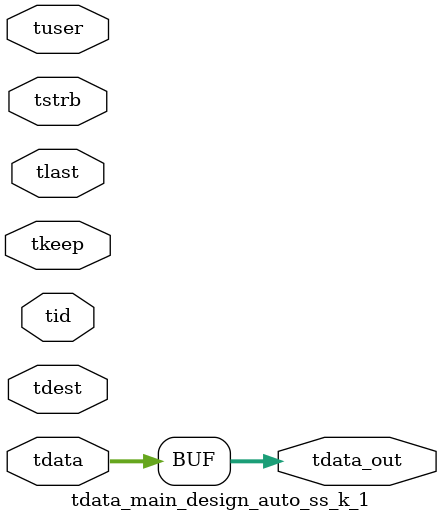
<source format=v>


`timescale 1ps/1ps

module tdata_main_design_auto_ss_k_1 #
(
parameter C_S_AXIS_TDATA_WIDTH = 32,
parameter C_S_AXIS_TUSER_WIDTH = 0,
parameter C_S_AXIS_TID_WIDTH   = 0,
parameter C_S_AXIS_TDEST_WIDTH = 0,
parameter C_M_AXIS_TDATA_WIDTH = 32
)
(
input  [(C_S_AXIS_TDATA_WIDTH == 0 ? 1 : C_S_AXIS_TDATA_WIDTH)-1:0     ] tdata,
input  [(C_S_AXIS_TUSER_WIDTH == 0 ? 1 : C_S_AXIS_TUSER_WIDTH)-1:0     ] tuser,
input  [(C_S_AXIS_TID_WIDTH   == 0 ? 1 : C_S_AXIS_TID_WIDTH)-1:0       ] tid,
input  [(C_S_AXIS_TDEST_WIDTH == 0 ? 1 : C_S_AXIS_TDEST_WIDTH)-1:0     ] tdest,
input  [(C_S_AXIS_TDATA_WIDTH/8)-1:0 ] tkeep,
input  [(C_S_AXIS_TDATA_WIDTH/8)-1:0 ] tstrb,
input                                                                    tlast,
output [C_M_AXIS_TDATA_WIDTH-1:0] tdata_out
);

assign tdata_out = {tdata[31:0]};

endmodule


</source>
